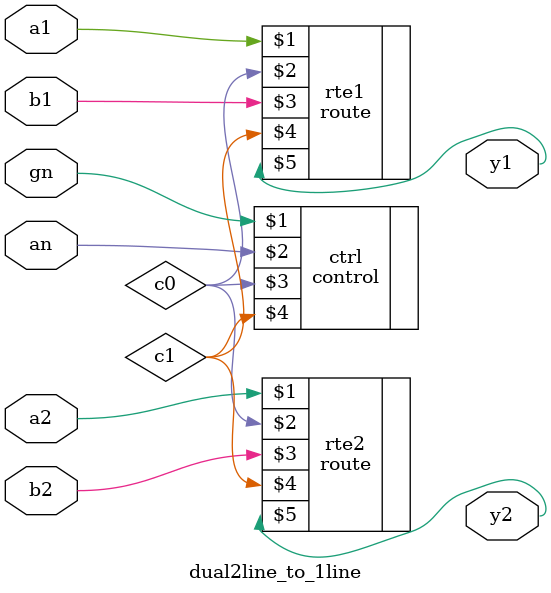
<source format=sv>
`timescale 1ns / 1ps


module dual2line_to_1line(
    input wire  a1, b1, a2, b2, gn, an,
    output reg  y1, y2
    );
    
    logic   c0, c1;     //  intermediate signals
    
    control     ctrl (gn, an, c0, c1);
    route       rte1 (a1, c0, b1, c1, y1);
    route       rte2 (a2, c0, b2, c1, y2);
endmodule

</source>
